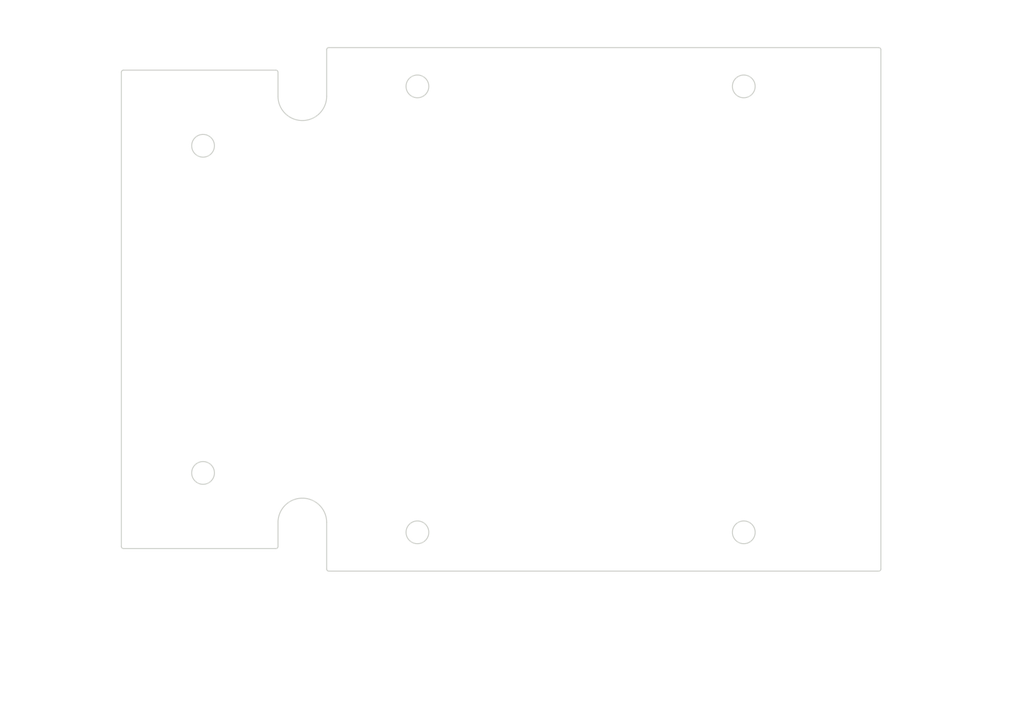
<source format=kicad_pcb>
(kicad_pcb (version 20190605) (host pcbnew "(5.99.0-29-gc3274e15f-dirty)")

  (general
    (thickness 1.6002)
    (drawings 37)
    (tracks 0)
    (modules 0)
    (nets 1)
  )

  (page "USLetter")
  (title_block
    (rev "1")
  )

  (layers
    (0 "Front" signal)
    (1 "In1.Cu" signal)
    (2 "In2.Cu" signal)
    (31 "Back" signal)
    (34 "B.Paste" user)
    (35 "F.Paste" user)
    (36 "B.SilkS" user)
    (37 "F.SilkS" user)
    (38 "B.Mask" user)
    (39 "F.Mask" user)
    (40 "Dwgs.User" user)
    (44 "Edge.Cuts" user)
    (45 "Margin" user)
    (46 "B.CrtYd" user)
    (47 "F.CrtYd" user)
    (49 "F.Fab" user)
  )

  (setup
    (last_trace_width 0.254)
    (user_trace_width 0.127)
    (user_trace_width 0.254)
    (user_trace_width 0.508)
    (user_trace_width 0.762)
    (trace_clearance 0.1524)
    (zone_clearance 0.508)
    (zone_45_only no)
    (trace_min 0.127)
    (via_size 0.6858)
    (via_drill 0.3302)
    (via_min_size 0.4572)
    (via_min_drill 0.254)
    (user_via 0.6858 0.3302)
    (user_via 0.889 0.381)
    (uvia_size 0.6858)
    (uvia_drill 0.3302)
    (uvias_allowed no)
    (uvia_min_size 0)
    (uvia_min_drill 0)
    (max_error 0.005)
    (defaults
      (edge_clearance 0.01)
      (edge_cuts_line_width 0.0381)
      (courtyard_line_width 0.05)
      (copper_line_width 0.254)
      (copper_text_dims (size 1.524 1.524) (thickness 0.3048) keep_upright)
      (silk_line_width 0.127)
      (silk_text_dims (size 0.762 0.762) (thickness 0.127) keep_upright)
      (other_layers_line_width 0.1)
      (other_layers_text_dims (size 1 1) (thickness 0.15) keep_upright)
    )
    (pad_size 1.524 1.524)
    (pad_drill 0.762)
    (pad_to_mask_clearance 0)
    (solder_mask_min_width 0.1016)
    (aux_axis_origin 0 0)
    (grid_origin 51.397149 25.686322)
    (visible_elements FFFFFF7F)
    (pcbplotparams
      (layerselection 0x010fc_ffffffff)
      (usegerberextensions false)
      (usegerberattributes false)
      (usegerberadvancedattributes false)
      (creategerberjobfile false)
      (excludeedgelayer true)
      (linewidth 0.152400)
      (plotframeref false)
      (viasonmask false)
      (mode 1)
      (useauxorigin false)
      (hpglpennumber 1)
      (hpglpenspeed 20)
      (hpglpendiameter 15.000000)
      (psnegative false)
      (psa4output false)
      (plotreference true)
      (plotvalue false)
      (plotinvisibletext false)
      (padsonsilk false)
      (subtractmaskfromsilk true)
      (outputformat 1)
      (mirror false)
      (drillshape 0)
      (scaleselection 1)
      (outputdirectory "./gerbers"))
  )

  (net 0 "")

  (net_class "Default" "This is the default net class."
    (clearance 0.1524)
    (trace_width 0.254)
    (via_dia 0.6858)
    (via_drill 0.3302)
    (uvia_dia 0.6858)
    (uvia_drill 0.3302)
    (diff_pair_width 0.1524)
    (diff_pair_gap 0.254)
  )

  (gr_text "153DBAT" (at 151.197149 115.286322) (layer "Dwgs.User")
    (effects (font (size 2 2) (thickness 0.15)))
  )
  (dimension 67.321449 (width 0.1) (layer "Dwgs.User")
    (gr_text "67.32 mm" (at 38.047149 59.047046 270) (layer "Dwgs.User")
      (effects (font (size 1 1) (thickness 0.15)))
    )
    (feature1 (pts (xy 51.697149 92.707771) (xy 38.710728 92.707771)))
    (feature2 (pts (xy 51.697149 25.386322) (xy 38.710728 25.386322)))
    (crossbar (pts (xy 39.297149 25.386322) (xy 39.297149 92.707771)))
    (arrow1a (pts (xy 39.297149 92.707771) (xy 38.710728 91.581267)))
    (arrow1b (pts (xy 39.297149 92.707771) (xy 39.88357 91.581267)))
    (arrow2a (pts (xy 39.297149 25.386322) (xy 38.710728 26.512826)))
    (arrow2b (pts (xy 39.297149 25.386322) (xy 39.88357 26.512826)))
  )
  (dimension 30.143 (width 0.1) (layer "Dwgs.User")
    (gr_text "30.143 mm" (at 77.956961 16.264154) (layer "Dwgs.User")
      (effects (font (size 1 1) (thickness 0.15)))
    )
    (feature1 (pts (xy 62.885461 27.672926) (xy 62.885461 16.927733)))
    (feature2 (pts (xy 93.028461 27.672926) (xy 93.028461 16.927733)))
    (crossbar (pts (xy 93.028461 17.514154) (xy 62.885461 17.514154)))
    (arrow1a (pts (xy 62.885461 17.514154) (xy 64.011965 16.927733)))
    (arrow1b (pts (xy 62.885461 17.514154) (xy 64.011965 18.100575)))
    (arrow2a (pts (xy 93.028461 17.514154) (xy 91.901957 16.927733)))
    (arrow2b (pts (xy 93.028461 17.514154) (xy 91.901957 18.100575)))
  )
  (dimension 11.488312 (width 0.1) (layer "Dwgs.User")
    (gr_text "11.488 mm" (at 57.141305 16.264154) (layer "Dwgs.User")
      (effects (font (size 1 1) (thickness 0.15)))
    )
    (feature1 (pts (xy 51.397149 36.029426) (xy 51.397149 16.927733)))
    (feature2 (pts (xy 62.885461 36.029426) (xy 62.885461 16.927733)))
    (crossbar (pts (xy 62.885461 17.514154) (xy 51.397149 17.514154)))
    (arrow1a (pts (xy 51.397149 17.514154) (xy 52.523653 16.927733)))
    (arrow1b (pts (xy 51.397149 17.514154) (xy 52.523653 18.100575)))
    (arrow2a (pts (xy 62.885461 17.514154) (xy 61.758957 16.927733)))
    (arrow2b (pts (xy 62.885461 17.514154) (xy 61.758957 18.100575)))
  )
  (dimension 46.03524 (width 0.1) (layer "Dwgs.User")
    (gr_text "46.04 mm" (at 43.245925 59.047046 -90) (layer "Dwgs.User")
      (effects (font (size 1 1) (thickness 0.15)))
    )
    (feature1 (pts (xy 62.885461 82.064666) (xy 43.909504 82.064666)))
    (feature2 (pts (xy 62.885461 36.029426) (xy 43.909504 36.029426)))
    (crossbar (pts (xy 44.495925 36.029426) (xy 44.495925 82.064666)))
    (arrow1a (pts (xy 44.495925 82.064666) (xy 43.909504 80.938162)))
    (arrow1b (pts (xy 44.495925 82.064666) (xy 45.082346 80.938162)))
    (arrow2a (pts (xy 44.495925 36.029426) (xy 43.909504 37.15593)))
    (arrow2b (pts (xy 44.495925 36.029426) (xy 45.082346 37.15593)))
  )
  (dimension 45.891987 (width 0.1) (layer "Dwgs.User")
    (gr_text "45.89 mm" (at 115.974454 16.264154) (layer "Dwgs.User")
      (effects (font (size 1 1) (thickness 0.15)))
    )
    (feature1 (pts (xy 138.920448 27.672926) (xy 138.920448 16.927733)))
    (feature2 (pts (xy 93.028461 27.672926) (xy 93.028461 16.927733)))
    (crossbar (pts (xy 93.028461 17.514154) (xy 138.920448 17.514154)))
    (arrow1a (pts (xy 138.920448 17.514154) (xy 137.793944 18.100575)))
    (arrow1b (pts (xy 138.920448 17.514154) (xy 137.793944 16.927733)))
    (arrow2a (pts (xy 93.028461 17.514154) (xy 94.154965 18.100575)))
    (arrow2b (pts (xy 93.028461 17.514154) (xy 94.154965 16.927733)))
  )
  (dimension 10.265785 (width 0.1) (layer "Dwgs.User")
    (gr_text "10.28 mm" (at 88.417045 90.747046 -90) (layer "Dwgs.User")
      (effects (font (size 1 1) (thickness 0.15)))
    )
    (feature1 (pts (xy 80.567045 85.614154) (xy 87.753466 85.614154)))
    (feature2 (pts (xy 80.567045 95.879939) (xy 87.753466 95.879939)))
    (crossbar (pts (xy 87.167045 95.879939) (xy 87.167045 85.614154)))
    (arrow1a (pts (xy 87.167045 85.614154) (xy 87.753466 86.740658)))
    (arrow1b (pts (xy 87.167045 85.614154) (xy 86.580624 86.740658)))
    (arrow2a (pts (xy 87.167045 95.879939) (xy 87.753466 94.753435)))
    (arrow2b (pts (xy 87.167045 95.879939) (xy 86.580624 94.753435)))
  )
  (dimension 22.026992 (width 0.1) (layer "Dwgs.User")
    (gr_text "22.03 mm" (at 62.410645 103.264154) (layer "Dwgs.User")
      (effects (font (size 1 1) (thickness 0.15)))
    )
    (feature1 (pts (xy 73.424141 92.407771) (xy 73.424141 102.600575)))
    (feature2 (pts (xy 51.397149 92.407771) (xy 51.397149 102.600575)))
    (crossbar (pts (xy 51.397149 102.014154) (xy 73.424141 102.014154)))
    (arrow1a (pts (xy 73.424141 102.014154) (xy 72.297637 102.600575)))
    (arrow1b (pts (xy 73.424141 102.014154) (xy 72.297637 101.427733)))
    (arrow2a (pts (xy 51.397149 102.014154) (xy 52.523653 102.600575)))
    (arrow2b (pts (xy 51.397149 102.014154) (xy 52.523653 101.427733)))
  )
  (dimension 106.8 (width 0.1) (layer "Dwgs.User")
    (gr_text "106.800 mm" (at 104.797149 111.964154) (layer "Dwgs.User")
      (effects (font (size 1 1) (thickness 0.15)))
    )
    (feature1 (pts (xy 158.197149 92.407771) (xy 158.197149 111.300575)))
    (feature2 (pts (xy 51.397149 92.407771) (xy 51.397149 111.300575)))
    (crossbar (pts (xy 51.397149 110.714154) (xy 158.197149 110.714154)))
    (arrow1a (pts (xy 158.197149 110.714154) (xy 157.070645 111.300575)))
    (arrow1b (pts (xy 158.197149 110.714154) (xy 157.070645 110.127733)))
    (arrow2a (pts (xy 51.397149 110.714154) (xy 52.523653 111.300575)))
    (arrow2b (pts (xy 51.397149 110.714154) (xy 52.523653 110.127733)))
  )
  (dimension 62.74824 (width 0.1) (layer "Dwgs.User")
    (gr_text "62.75 mm" (at 171.517045 59.047046 270) (layer "Dwgs.User")
      (effects (font (size 1 1) (thickness 0.15)))
    )
    (feature1 (pts (xy 138.920448 90.421166) (xy 170.853466 90.421166)))
    (feature2 (pts (xy 138.920448 27.672926) (xy 170.853466 27.672926)))
    (crossbar (pts (xy 170.267045 27.672926) (xy 170.267045 90.421166)))
    (arrow1a (pts (xy 170.267045 90.421166) (xy 169.680624 89.294662)))
    (arrow1b (pts (xy 170.267045 90.421166) (xy 170.853466 89.294662)))
    (arrow2a (pts (xy 170.267045 27.672926) (xy 169.680624 28.79943)))
    (arrow2b (pts (xy 170.267045 27.672926) (xy 170.853466 28.79943)))
  )
  (dimension 73.665785 (width 0.1) (layer "Dwgs.User")
    (gr_text "73.67 mm" (at 176.917045 59.047046 270) (layer "Dwgs.User")
      (effects (font (size 1 1) (thickness 0.15)))
    )
    (feature1 (pts (xy 157.897149 95.879939) (xy 176.253466 95.879939)))
    (feature2 (pts (xy 157.897149 22.214154) (xy 176.253466 22.214154)))
    (crossbar (pts (xy 175.667045 22.214154) (xy 175.667045 95.879939)))
    (arrow1a (pts (xy 175.667045 95.879939) (xy 175.080624 94.753435)))
    (arrow1b (pts (xy 175.667045 95.879939) (xy 176.253466 94.753435)))
    (arrow2a (pts (xy 175.667045 22.214154) (xy 175.080624 23.340658)))
    (arrow2b (pts (xy 175.667045 22.214154) (xy 176.253466 23.340658)))
  )
  (gr_arc (start 80.567045 22.514154) (end 80.567045 22.214154) (angle -90) (layer "Edge.Cuts") (width 0.15) (tstamp 5D6DBDA5))
  (gr_arc (start 157.897149 22.514154) (end 158.197149 22.514154) (angle -90) (layer "Edge.Cuts") (width 0.15) (tstamp 5D6DBD9A))
  (gr_arc (start 157.897149 95.579939) (end 157.897149 95.879939) (angle -90) (layer "Edge.Cuts") (width 0.15) (tstamp 5D6DBD8F))
  (gr_arc (start 80.567045 95.579939) (end 80.267045 95.579939) (angle -90) (layer "Edge.Cuts") (width 0.15) (tstamp 5D6DBD83))
  (gr_arc (start 73.124141 92.407771) (end 73.124141 92.707771) (angle -90) (layer "Edge.Cuts") (width 0.15) (tstamp 5D6DBD79))
  (gr_arc (start 51.697149 92.407771) (end 51.397149 92.407771) (angle -90) (layer "Edge.Cuts") (width 0.15) (tstamp 5D6DBD69))
  (gr_arc (start 51.697149 25.686322) (end 51.697149 25.386322) (angle -90) (layer "Edge.Cuts") (width 0.15) (tstamp 5D6DBD5B))
  (gr_arc (start 73.124141 25.686322) (end 73.424141 25.686322) (angle -90) (layer "Edge.Cuts") (width 0.15))
  (gr_line (start 51.697149 25.386322) (end 73.124141 25.386322) (layer "Edge.Cuts") (width 0.15))
  (gr_line (start 73.424141 89.01965) (end 73.424141 92.407771) (layer "Edge.Cuts") (width 0.15))
  (gr_arc (start 76.845593 89.01965) (end 80.267045 89.01965) (angle -180) (layer "Edge.Cuts") (width 0.15))
  (gr_line (start 73.124141 92.707771) (end 51.697149 92.707771) (layer "Edge.Cuts") (width 0.15) (tstamp 5D6DBD6F))
  (gr_line (start 73.424141 25.686322) (end 73.424141 29.074443) (layer "Edge.Cuts") (width 0.15))
  (gr_arc (start 76.845593 29.074443) (end 73.424141 29.074443) (angle -180) (layer "Edge.Cuts") (width 0.15))
  (gr_line (start 51.397149 92.407771) (end 51.397149 25.686322) (layer "Edge.Cuts") (width 0.15))
  (gr_line (start 80.267045 29.074443) (end 80.267045 22.514154) (layer "Edge.Cuts") (width 0.15))
  (gr_line (start 80.567045 22.214154) (end 157.897149 22.214154) (layer "Edge.Cuts") (width 0.15))
  (gr_line (start 157.897149 95.879939) (end 80.567045 95.879939) (layer "Edge.Cuts") (width 0.15))
  (gr_line (start 158.197149 22.514154) (end 158.197149 95.579939) (layer "Edge.Cuts") (width 0.15))
  (gr_line (start 80.267045 95.579939) (end 80.267045 89.01965) (layer "Edge.Cuts") (width 0.15))
  (gr_circle (center 62.885461 82.064666) (end 64.485461 82.064666) (layer "Edge.Cuts") (width 0.15))
  (gr_circle (center 93.028461 90.421166) (end 94.628461 90.421166) (layer "Edge.Cuts") (width 0.15))
  (gr_circle (center 138.920448 27.672926) (end 140.520448 27.672926) (layer "Edge.Cuts") (width 0.15))
  (gr_circle (center 138.920448 90.421166) (end 140.520448 90.421166) (layer "Edge.Cuts") (width 0.15))
  (gr_circle (center 62.885461 36.029426) (end 64.485461 36.029426) (layer "Edge.Cuts") (width 0.15))
  (gr_circle (center 93.028461 27.672926) (end 94.628461 27.672926) (layer "Edge.Cuts") (width 0.15))

)

</source>
